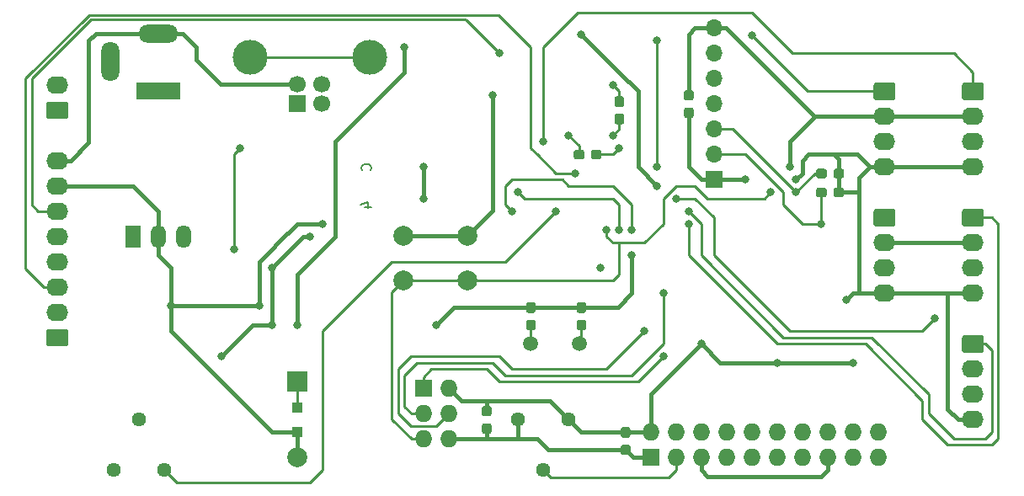
<source format=gbr>
%TF.GenerationSoftware,KiCad,Pcbnew,(5.1.5)-3*%
%TF.CreationDate,2020-02-25T19:35:26+00:00*%
%TF.ProjectId,Feedback-Box,46656564-6261-4636-9b2d-426f782e6b69,8B*%
%TF.SameCoordinates,Original*%
%TF.FileFunction,Copper,L2,Bot*%
%TF.FilePolarity,Positive*%
%FSLAX46Y46*%
G04 Gerber Fmt 4.6, Leading zero omitted, Abs format (unit mm)*
G04 Created by KiCad (PCBNEW (5.1.5)-3) date 2020-02-25 19:35:26*
%MOMM*%
%LPD*%
G04 APERTURE LIST*
%ADD10C,0.160000*%
%ADD11R,1.700000X1.700000*%
%ADD12O,1.700000X1.700000*%
%ADD13C,1.500000*%
%ADD14R,1.727200X1.727200*%
%ADD15O,1.727200X1.727200*%
%ADD16C,1.440000*%
%ADD17C,0.100000*%
%ADD18O,2.200000X1.740000*%
%ADD19R,1.000000X1.000000*%
%ADD20R,4.400000X1.800000*%
%ADD21O,4.000000X1.800000*%
%ADD22O,1.800000X4.000000*%
%ADD23C,1.700000*%
%ADD24C,3.500000*%
%ADD25R,2.000000X2.000000*%
%ADD26C,2.000000*%
%ADD27R,1.500000X2.300000*%
%ADD28O,1.500000X2.300000*%
%ADD29C,0.800000*%
%ADD30C,0.250000*%
%ADD31C,0.400000*%
G04 APERTURE END LIST*
D10*
X135612142Y-86669523D02*
X135659761Y-86621904D01*
X135707380Y-86479047D01*
X135707380Y-86383809D01*
X135659761Y-86240952D01*
X135564523Y-86145714D01*
X135469285Y-86098095D01*
X135278809Y-86050476D01*
X135135952Y-86050476D01*
X134945476Y-86098095D01*
X134850238Y-86145714D01*
X134755000Y-86240952D01*
X134707380Y-86383809D01*
X134707380Y-86479047D01*
X134755000Y-86621904D01*
X134802619Y-86669523D01*
X135040714Y-90360476D02*
X135707380Y-90360476D01*
X134659761Y-90122380D02*
X135374047Y-89884285D01*
X135374047Y-90503333D01*
D11*
X170180000Y-87630000D03*
D12*
X170180000Y-85090000D03*
X170180000Y-82550000D03*
X170180000Y-80010000D03*
X170180000Y-77470000D03*
X170180000Y-74930000D03*
X170180000Y-72390000D03*
D13*
X151765000Y-104140000D03*
X156645000Y-104140000D03*
D14*
X163830000Y-115570000D03*
D15*
X163830000Y-113030000D03*
X166370000Y-115570000D03*
X166370000Y-113030000D03*
X168910000Y-115570000D03*
X168910000Y-113030000D03*
X171450000Y-115570000D03*
X171450000Y-113030000D03*
X173990000Y-115570000D03*
X173990000Y-113030000D03*
X176530000Y-115570000D03*
X176530000Y-113030000D03*
X179070000Y-115570000D03*
X179070000Y-113030000D03*
X181610000Y-115570000D03*
X181610000Y-113030000D03*
X184150000Y-115570000D03*
X184150000Y-113030000D03*
X186690000Y-115570000D03*
X186690000Y-113030000D03*
D16*
X150495000Y-111760000D03*
X153035000Y-116840000D03*
X155575000Y-111760000D03*
%TA.AperFunction,ComponentPad*%
D17*
G36*
X105014505Y-79776204D02*
G01*
X105038773Y-79779804D01*
X105062572Y-79785765D01*
X105085671Y-79794030D01*
X105107850Y-79804520D01*
X105128893Y-79817132D01*
X105148599Y-79831747D01*
X105166777Y-79848223D01*
X105183253Y-79866401D01*
X105197868Y-79886107D01*
X105210480Y-79907150D01*
X105220970Y-79929329D01*
X105229235Y-79952428D01*
X105235196Y-79976227D01*
X105238796Y-80000495D01*
X105240000Y-80024999D01*
X105240000Y-81265001D01*
X105238796Y-81289505D01*
X105235196Y-81313773D01*
X105229235Y-81337572D01*
X105220970Y-81360671D01*
X105210480Y-81382850D01*
X105197868Y-81403893D01*
X105183253Y-81423599D01*
X105166777Y-81441777D01*
X105148599Y-81458253D01*
X105128893Y-81472868D01*
X105107850Y-81485480D01*
X105085671Y-81495970D01*
X105062572Y-81504235D01*
X105038773Y-81510196D01*
X105014505Y-81513796D01*
X104990001Y-81515000D01*
X103289999Y-81515000D01*
X103265495Y-81513796D01*
X103241227Y-81510196D01*
X103217428Y-81504235D01*
X103194329Y-81495970D01*
X103172150Y-81485480D01*
X103151107Y-81472868D01*
X103131401Y-81458253D01*
X103113223Y-81441777D01*
X103096747Y-81423599D01*
X103082132Y-81403893D01*
X103069520Y-81382850D01*
X103059030Y-81360671D01*
X103050765Y-81337572D01*
X103044804Y-81313773D01*
X103041204Y-81289505D01*
X103040000Y-81265001D01*
X103040000Y-80024999D01*
X103041204Y-80000495D01*
X103044804Y-79976227D01*
X103050765Y-79952428D01*
X103059030Y-79929329D01*
X103069520Y-79907150D01*
X103082132Y-79886107D01*
X103096747Y-79866401D01*
X103113223Y-79848223D01*
X103131401Y-79831747D01*
X103151107Y-79817132D01*
X103172150Y-79804520D01*
X103194329Y-79794030D01*
X103217428Y-79785765D01*
X103241227Y-79779804D01*
X103265495Y-79776204D01*
X103289999Y-79775000D01*
X104990001Y-79775000D01*
X105014505Y-79776204D01*
G37*
%TD.AperFunction*%
D18*
X104140000Y-78105000D03*
%TA.AperFunction,SMDPad,CuDef*%
D17*
G36*
X152025779Y-99961144D02*
G01*
X152048834Y-99964563D01*
X152071443Y-99970227D01*
X152093387Y-99978079D01*
X152114457Y-99988044D01*
X152134448Y-100000026D01*
X152153168Y-100013910D01*
X152170438Y-100029562D01*
X152186090Y-100046832D01*
X152199974Y-100065552D01*
X152211956Y-100085543D01*
X152221921Y-100106613D01*
X152229773Y-100128557D01*
X152235437Y-100151166D01*
X152238856Y-100174221D01*
X152240000Y-100197500D01*
X152240000Y-100772500D01*
X152238856Y-100795779D01*
X152235437Y-100818834D01*
X152229773Y-100841443D01*
X152221921Y-100863387D01*
X152211956Y-100884457D01*
X152199974Y-100904448D01*
X152186090Y-100923168D01*
X152170438Y-100940438D01*
X152153168Y-100956090D01*
X152134448Y-100969974D01*
X152114457Y-100981956D01*
X152093387Y-100991921D01*
X152071443Y-100999773D01*
X152048834Y-101005437D01*
X152025779Y-101008856D01*
X152002500Y-101010000D01*
X151527500Y-101010000D01*
X151504221Y-101008856D01*
X151481166Y-101005437D01*
X151458557Y-100999773D01*
X151436613Y-100991921D01*
X151415543Y-100981956D01*
X151395552Y-100969974D01*
X151376832Y-100956090D01*
X151359562Y-100940438D01*
X151343910Y-100923168D01*
X151330026Y-100904448D01*
X151318044Y-100884457D01*
X151308079Y-100863387D01*
X151300227Y-100841443D01*
X151294563Y-100818834D01*
X151291144Y-100795779D01*
X151290000Y-100772500D01*
X151290000Y-100197500D01*
X151291144Y-100174221D01*
X151294563Y-100151166D01*
X151300227Y-100128557D01*
X151308079Y-100106613D01*
X151318044Y-100085543D01*
X151330026Y-100065552D01*
X151343910Y-100046832D01*
X151359562Y-100029562D01*
X151376832Y-100013910D01*
X151395552Y-100000026D01*
X151415543Y-99988044D01*
X151436613Y-99978079D01*
X151458557Y-99970227D01*
X151481166Y-99964563D01*
X151504221Y-99961144D01*
X151527500Y-99960000D01*
X152002500Y-99960000D01*
X152025779Y-99961144D01*
G37*
%TD.AperFunction*%
%TA.AperFunction,SMDPad,CuDef*%
G36*
X152025779Y-101711144D02*
G01*
X152048834Y-101714563D01*
X152071443Y-101720227D01*
X152093387Y-101728079D01*
X152114457Y-101738044D01*
X152134448Y-101750026D01*
X152153168Y-101763910D01*
X152170438Y-101779562D01*
X152186090Y-101796832D01*
X152199974Y-101815552D01*
X152211956Y-101835543D01*
X152221921Y-101856613D01*
X152229773Y-101878557D01*
X152235437Y-101901166D01*
X152238856Y-101924221D01*
X152240000Y-101947500D01*
X152240000Y-102522500D01*
X152238856Y-102545779D01*
X152235437Y-102568834D01*
X152229773Y-102591443D01*
X152221921Y-102613387D01*
X152211956Y-102634457D01*
X152199974Y-102654448D01*
X152186090Y-102673168D01*
X152170438Y-102690438D01*
X152153168Y-102706090D01*
X152134448Y-102719974D01*
X152114457Y-102731956D01*
X152093387Y-102741921D01*
X152071443Y-102749773D01*
X152048834Y-102755437D01*
X152025779Y-102758856D01*
X152002500Y-102760000D01*
X151527500Y-102760000D01*
X151504221Y-102758856D01*
X151481166Y-102755437D01*
X151458557Y-102749773D01*
X151436613Y-102741921D01*
X151415543Y-102731956D01*
X151395552Y-102719974D01*
X151376832Y-102706090D01*
X151359562Y-102690438D01*
X151343910Y-102673168D01*
X151330026Y-102654448D01*
X151318044Y-102634457D01*
X151308079Y-102613387D01*
X151300227Y-102591443D01*
X151294563Y-102568834D01*
X151291144Y-102545779D01*
X151290000Y-102522500D01*
X151290000Y-101947500D01*
X151291144Y-101924221D01*
X151294563Y-101901166D01*
X151300227Y-101878557D01*
X151308079Y-101856613D01*
X151318044Y-101835543D01*
X151330026Y-101815552D01*
X151343910Y-101796832D01*
X151359562Y-101779562D01*
X151376832Y-101763910D01*
X151395552Y-101750026D01*
X151415543Y-101738044D01*
X151436613Y-101728079D01*
X151458557Y-101720227D01*
X151481166Y-101714563D01*
X151504221Y-101711144D01*
X151527500Y-101710000D01*
X152002500Y-101710000D01*
X152025779Y-101711144D01*
G37*
%TD.AperFunction*%
%TA.AperFunction,SMDPad,CuDef*%
G36*
X157105779Y-101711144D02*
G01*
X157128834Y-101714563D01*
X157151443Y-101720227D01*
X157173387Y-101728079D01*
X157194457Y-101738044D01*
X157214448Y-101750026D01*
X157233168Y-101763910D01*
X157250438Y-101779562D01*
X157266090Y-101796832D01*
X157279974Y-101815552D01*
X157291956Y-101835543D01*
X157301921Y-101856613D01*
X157309773Y-101878557D01*
X157315437Y-101901166D01*
X157318856Y-101924221D01*
X157320000Y-101947500D01*
X157320000Y-102522500D01*
X157318856Y-102545779D01*
X157315437Y-102568834D01*
X157309773Y-102591443D01*
X157301921Y-102613387D01*
X157291956Y-102634457D01*
X157279974Y-102654448D01*
X157266090Y-102673168D01*
X157250438Y-102690438D01*
X157233168Y-102706090D01*
X157214448Y-102719974D01*
X157194457Y-102731956D01*
X157173387Y-102741921D01*
X157151443Y-102749773D01*
X157128834Y-102755437D01*
X157105779Y-102758856D01*
X157082500Y-102760000D01*
X156607500Y-102760000D01*
X156584221Y-102758856D01*
X156561166Y-102755437D01*
X156538557Y-102749773D01*
X156516613Y-102741921D01*
X156495543Y-102731956D01*
X156475552Y-102719974D01*
X156456832Y-102706090D01*
X156439562Y-102690438D01*
X156423910Y-102673168D01*
X156410026Y-102654448D01*
X156398044Y-102634457D01*
X156388079Y-102613387D01*
X156380227Y-102591443D01*
X156374563Y-102568834D01*
X156371144Y-102545779D01*
X156370000Y-102522500D01*
X156370000Y-101947500D01*
X156371144Y-101924221D01*
X156374563Y-101901166D01*
X156380227Y-101878557D01*
X156388079Y-101856613D01*
X156398044Y-101835543D01*
X156410026Y-101815552D01*
X156423910Y-101796832D01*
X156439562Y-101779562D01*
X156456832Y-101763910D01*
X156475552Y-101750026D01*
X156495543Y-101738044D01*
X156516613Y-101728079D01*
X156538557Y-101720227D01*
X156561166Y-101714563D01*
X156584221Y-101711144D01*
X156607500Y-101710000D01*
X157082500Y-101710000D01*
X157105779Y-101711144D01*
G37*
%TD.AperFunction*%
%TA.AperFunction,SMDPad,CuDef*%
G36*
X157105779Y-99961144D02*
G01*
X157128834Y-99964563D01*
X157151443Y-99970227D01*
X157173387Y-99978079D01*
X157194457Y-99988044D01*
X157214448Y-100000026D01*
X157233168Y-100013910D01*
X157250438Y-100029562D01*
X157266090Y-100046832D01*
X157279974Y-100065552D01*
X157291956Y-100085543D01*
X157301921Y-100106613D01*
X157309773Y-100128557D01*
X157315437Y-100151166D01*
X157318856Y-100174221D01*
X157320000Y-100197500D01*
X157320000Y-100772500D01*
X157318856Y-100795779D01*
X157315437Y-100818834D01*
X157309773Y-100841443D01*
X157301921Y-100863387D01*
X157291956Y-100884457D01*
X157279974Y-100904448D01*
X157266090Y-100923168D01*
X157250438Y-100940438D01*
X157233168Y-100956090D01*
X157214448Y-100969974D01*
X157194457Y-100981956D01*
X157173387Y-100991921D01*
X157151443Y-100999773D01*
X157128834Y-101005437D01*
X157105779Y-101008856D01*
X157082500Y-101010000D01*
X156607500Y-101010000D01*
X156584221Y-101008856D01*
X156561166Y-101005437D01*
X156538557Y-100999773D01*
X156516613Y-100991921D01*
X156495543Y-100981956D01*
X156475552Y-100969974D01*
X156456832Y-100956090D01*
X156439562Y-100940438D01*
X156423910Y-100923168D01*
X156410026Y-100904448D01*
X156398044Y-100884457D01*
X156388079Y-100863387D01*
X156380227Y-100841443D01*
X156374563Y-100818834D01*
X156371144Y-100795779D01*
X156370000Y-100772500D01*
X156370000Y-100197500D01*
X156371144Y-100174221D01*
X156374563Y-100151166D01*
X156380227Y-100128557D01*
X156388079Y-100106613D01*
X156398044Y-100085543D01*
X156410026Y-100065552D01*
X156423910Y-100046832D01*
X156439562Y-100029562D01*
X156456832Y-100013910D01*
X156475552Y-100000026D01*
X156495543Y-99988044D01*
X156516613Y-99978079D01*
X156538557Y-99970227D01*
X156561166Y-99964563D01*
X156584221Y-99961144D01*
X156607500Y-99960000D01*
X157082500Y-99960000D01*
X157105779Y-99961144D01*
G37*
%TD.AperFunction*%
%TA.AperFunction,SMDPad,CuDef*%
G36*
X161550779Y-112506144D02*
G01*
X161573834Y-112509563D01*
X161596443Y-112515227D01*
X161618387Y-112523079D01*
X161639457Y-112533044D01*
X161659448Y-112545026D01*
X161678168Y-112558910D01*
X161695438Y-112574562D01*
X161711090Y-112591832D01*
X161724974Y-112610552D01*
X161736956Y-112630543D01*
X161746921Y-112651613D01*
X161754773Y-112673557D01*
X161760437Y-112696166D01*
X161763856Y-112719221D01*
X161765000Y-112742500D01*
X161765000Y-113317500D01*
X161763856Y-113340779D01*
X161760437Y-113363834D01*
X161754773Y-113386443D01*
X161746921Y-113408387D01*
X161736956Y-113429457D01*
X161724974Y-113449448D01*
X161711090Y-113468168D01*
X161695438Y-113485438D01*
X161678168Y-113501090D01*
X161659448Y-113514974D01*
X161639457Y-113526956D01*
X161618387Y-113536921D01*
X161596443Y-113544773D01*
X161573834Y-113550437D01*
X161550779Y-113553856D01*
X161527500Y-113555000D01*
X161052500Y-113555000D01*
X161029221Y-113553856D01*
X161006166Y-113550437D01*
X160983557Y-113544773D01*
X160961613Y-113536921D01*
X160940543Y-113526956D01*
X160920552Y-113514974D01*
X160901832Y-113501090D01*
X160884562Y-113485438D01*
X160868910Y-113468168D01*
X160855026Y-113449448D01*
X160843044Y-113429457D01*
X160833079Y-113408387D01*
X160825227Y-113386443D01*
X160819563Y-113363834D01*
X160816144Y-113340779D01*
X160815000Y-113317500D01*
X160815000Y-112742500D01*
X160816144Y-112719221D01*
X160819563Y-112696166D01*
X160825227Y-112673557D01*
X160833079Y-112651613D01*
X160843044Y-112630543D01*
X160855026Y-112610552D01*
X160868910Y-112591832D01*
X160884562Y-112574562D01*
X160901832Y-112558910D01*
X160920552Y-112545026D01*
X160940543Y-112533044D01*
X160961613Y-112523079D01*
X160983557Y-112515227D01*
X161006166Y-112509563D01*
X161029221Y-112506144D01*
X161052500Y-112505000D01*
X161527500Y-112505000D01*
X161550779Y-112506144D01*
G37*
%TD.AperFunction*%
%TA.AperFunction,SMDPad,CuDef*%
G36*
X161550779Y-114256144D02*
G01*
X161573834Y-114259563D01*
X161596443Y-114265227D01*
X161618387Y-114273079D01*
X161639457Y-114283044D01*
X161659448Y-114295026D01*
X161678168Y-114308910D01*
X161695438Y-114324562D01*
X161711090Y-114341832D01*
X161724974Y-114360552D01*
X161736956Y-114380543D01*
X161746921Y-114401613D01*
X161754773Y-114423557D01*
X161760437Y-114446166D01*
X161763856Y-114469221D01*
X161765000Y-114492500D01*
X161765000Y-115067500D01*
X161763856Y-115090779D01*
X161760437Y-115113834D01*
X161754773Y-115136443D01*
X161746921Y-115158387D01*
X161736956Y-115179457D01*
X161724974Y-115199448D01*
X161711090Y-115218168D01*
X161695438Y-115235438D01*
X161678168Y-115251090D01*
X161659448Y-115264974D01*
X161639457Y-115276956D01*
X161618387Y-115286921D01*
X161596443Y-115294773D01*
X161573834Y-115300437D01*
X161550779Y-115303856D01*
X161527500Y-115305000D01*
X161052500Y-115305000D01*
X161029221Y-115303856D01*
X161006166Y-115300437D01*
X160983557Y-115294773D01*
X160961613Y-115286921D01*
X160940543Y-115276956D01*
X160920552Y-115264974D01*
X160901832Y-115251090D01*
X160884562Y-115235438D01*
X160868910Y-115218168D01*
X160855026Y-115199448D01*
X160843044Y-115179457D01*
X160833079Y-115158387D01*
X160825227Y-115136443D01*
X160819563Y-115113834D01*
X160816144Y-115090779D01*
X160815000Y-115067500D01*
X160815000Y-114492500D01*
X160816144Y-114469221D01*
X160819563Y-114446166D01*
X160825227Y-114423557D01*
X160833079Y-114401613D01*
X160843044Y-114380543D01*
X160855026Y-114360552D01*
X160868910Y-114341832D01*
X160884562Y-114324562D01*
X160901832Y-114308910D01*
X160920552Y-114295026D01*
X160940543Y-114283044D01*
X160961613Y-114273079D01*
X160983557Y-114265227D01*
X161006166Y-114259563D01*
X161029221Y-114256144D01*
X161052500Y-114255000D01*
X161527500Y-114255000D01*
X161550779Y-114256144D01*
G37*
%TD.AperFunction*%
%TA.AperFunction,SMDPad,CuDef*%
G36*
X167900779Y-78611144D02*
G01*
X167923834Y-78614563D01*
X167946443Y-78620227D01*
X167968387Y-78628079D01*
X167989457Y-78638044D01*
X168009448Y-78650026D01*
X168028168Y-78663910D01*
X168045438Y-78679562D01*
X168061090Y-78696832D01*
X168074974Y-78715552D01*
X168086956Y-78735543D01*
X168096921Y-78756613D01*
X168104773Y-78778557D01*
X168110437Y-78801166D01*
X168113856Y-78824221D01*
X168115000Y-78847500D01*
X168115000Y-79422500D01*
X168113856Y-79445779D01*
X168110437Y-79468834D01*
X168104773Y-79491443D01*
X168096921Y-79513387D01*
X168086956Y-79534457D01*
X168074974Y-79554448D01*
X168061090Y-79573168D01*
X168045438Y-79590438D01*
X168028168Y-79606090D01*
X168009448Y-79619974D01*
X167989457Y-79631956D01*
X167968387Y-79641921D01*
X167946443Y-79649773D01*
X167923834Y-79655437D01*
X167900779Y-79658856D01*
X167877500Y-79660000D01*
X167402500Y-79660000D01*
X167379221Y-79658856D01*
X167356166Y-79655437D01*
X167333557Y-79649773D01*
X167311613Y-79641921D01*
X167290543Y-79631956D01*
X167270552Y-79619974D01*
X167251832Y-79606090D01*
X167234562Y-79590438D01*
X167218910Y-79573168D01*
X167205026Y-79554448D01*
X167193044Y-79534457D01*
X167183079Y-79513387D01*
X167175227Y-79491443D01*
X167169563Y-79468834D01*
X167166144Y-79445779D01*
X167165000Y-79422500D01*
X167165000Y-78847500D01*
X167166144Y-78824221D01*
X167169563Y-78801166D01*
X167175227Y-78778557D01*
X167183079Y-78756613D01*
X167193044Y-78735543D01*
X167205026Y-78715552D01*
X167218910Y-78696832D01*
X167234562Y-78679562D01*
X167251832Y-78663910D01*
X167270552Y-78650026D01*
X167290543Y-78638044D01*
X167311613Y-78628079D01*
X167333557Y-78620227D01*
X167356166Y-78614563D01*
X167379221Y-78611144D01*
X167402500Y-78610000D01*
X167877500Y-78610000D01*
X167900779Y-78611144D01*
G37*
%TD.AperFunction*%
%TA.AperFunction,SMDPad,CuDef*%
G36*
X167900779Y-80361144D02*
G01*
X167923834Y-80364563D01*
X167946443Y-80370227D01*
X167968387Y-80378079D01*
X167989457Y-80388044D01*
X168009448Y-80400026D01*
X168028168Y-80413910D01*
X168045438Y-80429562D01*
X168061090Y-80446832D01*
X168074974Y-80465552D01*
X168086956Y-80485543D01*
X168096921Y-80506613D01*
X168104773Y-80528557D01*
X168110437Y-80551166D01*
X168113856Y-80574221D01*
X168115000Y-80597500D01*
X168115000Y-81172500D01*
X168113856Y-81195779D01*
X168110437Y-81218834D01*
X168104773Y-81241443D01*
X168096921Y-81263387D01*
X168086956Y-81284457D01*
X168074974Y-81304448D01*
X168061090Y-81323168D01*
X168045438Y-81340438D01*
X168028168Y-81356090D01*
X168009448Y-81369974D01*
X167989457Y-81381956D01*
X167968387Y-81391921D01*
X167946443Y-81399773D01*
X167923834Y-81405437D01*
X167900779Y-81408856D01*
X167877500Y-81410000D01*
X167402500Y-81410000D01*
X167379221Y-81408856D01*
X167356166Y-81405437D01*
X167333557Y-81399773D01*
X167311613Y-81391921D01*
X167290543Y-81381956D01*
X167270552Y-81369974D01*
X167251832Y-81356090D01*
X167234562Y-81340438D01*
X167218910Y-81323168D01*
X167205026Y-81304448D01*
X167193044Y-81284457D01*
X167183079Y-81263387D01*
X167175227Y-81241443D01*
X167169563Y-81218834D01*
X167166144Y-81195779D01*
X167165000Y-81172500D01*
X167165000Y-80597500D01*
X167166144Y-80574221D01*
X167169563Y-80551166D01*
X167175227Y-80528557D01*
X167183079Y-80506613D01*
X167193044Y-80485543D01*
X167205026Y-80465552D01*
X167218910Y-80446832D01*
X167234562Y-80429562D01*
X167251832Y-80413910D01*
X167270552Y-80400026D01*
X167290543Y-80388044D01*
X167311613Y-80378079D01*
X167333557Y-80370227D01*
X167356166Y-80364563D01*
X167379221Y-80361144D01*
X167402500Y-80360000D01*
X167877500Y-80360000D01*
X167900779Y-80361144D01*
G37*
%TD.AperFunction*%
D19*
X128270000Y-113030000D03*
X128270000Y-110530000D03*
D20*
X114300000Y-78740000D03*
D21*
X114300000Y-72940000D03*
D22*
X109500000Y-75740000D03*
D11*
X128270000Y-80010000D03*
D23*
X130770000Y-80010000D03*
X130770000Y-78010000D03*
X128270000Y-78010000D03*
D24*
X123500000Y-75300000D03*
X135540000Y-75300000D03*
D14*
X140970000Y-108585000D03*
D15*
X143510000Y-108585000D03*
X140970000Y-111125000D03*
X143510000Y-111125000D03*
X140970000Y-113665000D03*
X143510000Y-113665000D03*
D25*
X128270000Y-107950000D03*
D26*
X128270000Y-115550000D03*
%TA.AperFunction,SMDPad,CuDef*%
D17*
G36*
X183035779Y-88426144D02*
G01*
X183058834Y-88429563D01*
X183081443Y-88435227D01*
X183103387Y-88443079D01*
X183124457Y-88453044D01*
X183144448Y-88465026D01*
X183163168Y-88478910D01*
X183180438Y-88494562D01*
X183196090Y-88511832D01*
X183209974Y-88530552D01*
X183221956Y-88550543D01*
X183231921Y-88571613D01*
X183239773Y-88593557D01*
X183245437Y-88616166D01*
X183248856Y-88639221D01*
X183250000Y-88662500D01*
X183250000Y-89137500D01*
X183248856Y-89160779D01*
X183245437Y-89183834D01*
X183239773Y-89206443D01*
X183231921Y-89228387D01*
X183221956Y-89249457D01*
X183209974Y-89269448D01*
X183196090Y-89288168D01*
X183180438Y-89305438D01*
X183163168Y-89321090D01*
X183144448Y-89334974D01*
X183124457Y-89346956D01*
X183103387Y-89356921D01*
X183081443Y-89364773D01*
X183058834Y-89370437D01*
X183035779Y-89373856D01*
X183012500Y-89375000D01*
X182437500Y-89375000D01*
X182414221Y-89373856D01*
X182391166Y-89370437D01*
X182368557Y-89364773D01*
X182346613Y-89356921D01*
X182325543Y-89346956D01*
X182305552Y-89334974D01*
X182286832Y-89321090D01*
X182269562Y-89305438D01*
X182253910Y-89288168D01*
X182240026Y-89269448D01*
X182228044Y-89249457D01*
X182218079Y-89228387D01*
X182210227Y-89206443D01*
X182204563Y-89183834D01*
X182201144Y-89160779D01*
X182200000Y-89137500D01*
X182200000Y-88662500D01*
X182201144Y-88639221D01*
X182204563Y-88616166D01*
X182210227Y-88593557D01*
X182218079Y-88571613D01*
X182228044Y-88550543D01*
X182240026Y-88530552D01*
X182253910Y-88511832D01*
X182269562Y-88494562D01*
X182286832Y-88478910D01*
X182305552Y-88465026D01*
X182325543Y-88453044D01*
X182346613Y-88443079D01*
X182368557Y-88435227D01*
X182391166Y-88429563D01*
X182414221Y-88426144D01*
X182437500Y-88425000D01*
X183012500Y-88425000D01*
X183035779Y-88426144D01*
G37*
%TD.AperFunction*%
%TA.AperFunction,SMDPad,CuDef*%
G36*
X181285779Y-88426144D02*
G01*
X181308834Y-88429563D01*
X181331443Y-88435227D01*
X181353387Y-88443079D01*
X181374457Y-88453044D01*
X181394448Y-88465026D01*
X181413168Y-88478910D01*
X181430438Y-88494562D01*
X181446090Y-88511832D01*
X181459974Y-88530552D01*
X181471956Y-88550543D01*
X181481921Y-88571613D01*
X181489773Y-88593557D01*
X181495437Y-88616166D01*
X181498856Y-88639221D01*
X181500000Y-88662500D01*
X181500000Y-89137500D01*
X181498856Y-89160779D01*
X181495437Y-89183834D01*
X181489773Y-89206443D01*
X181481921Y-89228387D01*
X181471956Y-89249457D01*
X181459974Y-89269448D01*
X181446090Y-89288168D01*
X181430438Y-89305438D01*
X181413168Y-89321090D01*
X181394448Y-89334974D01*
X181374457Y-89346956D01*
X181353387Y-89356921D01*
X181331443Y-89364773D01*
X181308834Y-89370437D01*
X181285779Y-89373856D01*
X181262500Y-89375000D01*
X180687500Y-89375000D01*
X180664221Y-89373856D01*
X180641166Y-89370437D01*
X180618557Y-89364773D01*
X180596613Y-89356921D01*
X180575543Y-89346956D01*
X180555552Y-89334974D01*
X180536832Y-89321090D01*
X180519562Y-89305438D01*
X180503910Y-89288168D01*
X180490026Y-89269448D01*
X180478044Y-89249457D01*
X180468079Y-89228387D01*
X180460227Y-89206443D01*
X180454563Y-89183834D01*
X180451144Y-89160779D01*
X180450000Y-89137500D01*
X180450000Y-88662500D01*
X180451144Y-88639221D01*
X180454563Y-88616166D01*
X180460227Y-88593557D01*
X180468079Y-88571613D01*
X180478044Y-88550543D01*
X180490026Y-88530552D01*
X180503910Y-88511832D01*
X180519562Y-88494562D01*
X180536832Y-88478910D01*
X180555552Y-88465026D01*
X180575543Y-88453044D01*
X180596613Y-88443079D01*
X180618557Y-88435227D01*
X180641166Y-88429563D01*
X180664221Y-88426144D01*
X180687500Y-88425000D01*
X181262500Y-88425000D01*
X181285779Y-88426144D01*
G37*
%TD.AperFunction*%
%TA.AperFunction,SMDPad,CuDef*%
G36*
X181285779Y-86521144D02*
G01*
X181308834Y-86524563D01*
X181331443Y-86530227D01*
X181353387Y-86538079D01*
X181374457Y-86548044D01*
X181394448Y-86560026D01*
X181413168Y-86573910D01*
X181430438Y-86589562D01*
X181446090Y-86606832D01*
X181459974Y-86625552D01*
X181471956Y-86645543D01*
X181481921Y-86666613D01*
X181489773Y-86688557D01*
X181495437Y-86711166D01*
X181498856Y-86734221D01*
X181500000Y-86757500D01*
X181500000Y-87232500D01*
X181498856Y-87255779D01*
X181495437Y-87278834D01*
X181489773Y-87301443D01*
X181481921Y-87323387D01*
X181471956Y-87344457D01*
X181459974Y-87364448D01*
X181446090Y-87383168D01*
X181430438Y-87400438D01*
X181413168Y-87416090D01*
X181394448Y-87429974D01*
X181374457Y-87441956D01*
X181353387Y-87451921D01*
X181331443Y-87459773D01*
X181308834Y-87465437D01*
X181285779Y-87468856D01*
X181262500Y-87470000D01*
X180687500Y-87470000D01*
X180664221Y-87468856D01*
X180641166Y-87465437D01*
X180618557Y-87459773D01*
X180596613Y-87451921D01*
X180575543Y-87441956D01*
X180555552Y-87429974D01*
X180536832Y-87416090D01*
X180519562Y-87400438D01*
X180503910Y-87383168D01*
X180490026Y-87364448D01*
X180478044Y-87344457D01*
X180468079Y-87323387D01*
X180460227Y-87301443D01*
X180454563Y-87278834D01*
X180451144Y-87255779D01*
X180450000Y-87232500D01*
X180450000Y-86757500D01*
X180451144Y-86734221D01*
X180454563Y-86711166D01*
X180460227Y-86688557D01*
X180468079Y-86666613D01*
X180478044Y-86645543D01*
X180490026Y-86625552D01*
X180503910Y-86606832D01*
X180519562Y-86589562D01*
X180536832Y-86573910D01*
X180555552Y-86560026D01*
X180575543Y-86548044D01*
X180596613Y-86538079D01*
X180618557Y-86530227D01*
X180641166Y-86524563D01*
X180664221Y-86521144D01*
X180687500Y-86520000D01*
X181262500Y-86520000D01*
X181285779Y-86521144D01*
G37*
%TD.AperFunction*%
%TA.AperFunction,SMDPad,CuDef*%
G36*
X183035779Y-86521144D02*
G01*
X183058834Y-86524563D01*
X183081443Y-86530227D01*
X183103387Y-86538079D01*
X183124457Y-86548044D01*
X183144448Y-86560026D01*
X183163168Y-86573910D01*
X183180438Y-86589562D01*
X183196090Y-86606832D01*
X183209974Y-86625552D01*
X183221956Y-86645543D01*
X183231921Y-86666613D01*
X183239773Y-86688557D01*
X183245437Y-86711166D01*
X183248856Y-86734221D01*
X183250000Y-86757500D01*
X183250000Y-87232500D01*
X183248856Y-87255779D01*
X183245437Y-87278834D01*
X183239773Y-87301443D01*
X183231921Y-87323387D01*
X183221956Y-87344457D01*
X183209974Y-87364448D01*
X183196090Y-87383168D01*
X183180438Y-87400438D01*
X183163168Y-87416090D01*
X183144448Y-87429974D01*
X183124457Y-87441956D01*
X183103387Y-87451921D01*
X183081443Y-87459773D01*
X183058834Y-87465437D01*
X183035779Y-87468856D01*
X183012500Y-87470000D01*
X182437500Y-87470000D01*
X182414221Y-87468856D01*
X182391166Y-87465437D01*
X182368557Y-87459773D01*
X182346613Y-87451921D01*
X182325543Y-87441956D01*
X182305552Y-87429974D01*
X182286832Y-87416090D01*
X182269562Y-87400438D01*
X182253910Y-87383168D01*
X182240026Y-87364448D01*
X182228044Y-87344457D01*
X182218079Y-87323387D01*
X182210227Y-87301443D01*
X182204563Y-87278834D01*
X182201144Y-87255779D01*
X182200000Y-87232500D01*
X182200000Y-86757500D01*
X182201144Y-86734221D01*
X182204563Y-86711166D01*
X182210227Y-86688557D01*
X182218079Y-86666613D01*
X182228044Y-86645543D01*
X182240026Y-86625552D01*
X182253910Y-86606832D01*
X182269562Y-86589562D01*
X182286832Y-86573910D01*
X182305552Y-86560026D01*
X182325543Y-86548044D01*
X182346613Y-86538079D01*
X182368557Y-86530227D01*
X182391166Y-86524563D01*
X182414221Y-86521144D01*
X182437500Y-86520000D01*
X183012500Y-86520000D01*
X183035779Y-86521144D01*
G37*
%TD.AperFunction*%
D16*
X109855000Y-116840000D03*
X112395000Y-111760000D03*
X114935000Y-116840000D03*
D26*
X145415000Y-93290000D03*
X145415000Y-97790000D03*
X138915000Y-93290000D03*
X138915000Y-97790000D03*
%TA.AperFunction,ComponentPad*%
D17*
G36*
X105014505Y-102636204D02*
G01*
X105038773Y-102639804D01*
X105062572Y-102645765D01*
X105085671Y-102654030D01*
X105107850Y-102664520D01*
X105128893Y-102677132D01*
X105148599Y-102691747D01*
X105166777Y-102708223D01*
X105183253Y-102726401D01*
X105197868Y-102746107D01*
X105210480Y-102767150D01*
X105220970Y-102789329D01*
X105229235Y-102812428D01*
X105235196Y-102836227D01*
X105238796Y-102860495D01*
X105240000Y-102884999D01*
X105240000Y-104125001D01*
X105238796Y-104149505D01*
X105235196Y-104173773D01*
X105229235Y-104197572D01*
X105220970Y-104220671D01*
X105210480Y-104242850D01*
X105197868Y-104263893D01*
X105183253Y-104283599D01*
X105166777Y-104301777D01*
X105148599Y-104318253D01*
X105128893Y-104332868D01*
X105107850Y-104345480D01*
X105085671Y-104355970D01*
X105062572Y-104364235D01*
X105038773Y-104370196D01*
X105014505Y-104373796D01*
X104990001Y-104375000D01*
X103289999Y-104375000D01*
X103265495Y-104373796D01*
X103241227Y-104370196D01*
X103217428Y-104364235D01*
X103194329Y-104355970D01*
X103172150Y-104345480D01*
X103151107Y-104332868D01*
X103131401Y-104318253D01*
X103113223Y-104301777D01*
X103096747Y-104283599D01*
X103082132Y-104263893D01*
X103069520Y-104242850D01*
X103059030Y-104220671D01*
X103050765Y-104197572D01*
X103044804Y-104173773D01*
X103041204Y-104149505D01*
X103040000Y-104125001D01*
X103040000Y-102884999D01*
X103041204Y-102860495D01*
X103044804Y-102836227D01*
X103050765Y-102812428D01*
X103059030Y-102789329D01*
X103069520Y-102767150D01*
X103082132Y-102746107D01*
X103096747Y-102726401D01*
X103113223Y-102708223D01*
X103131401Y-102691747D01*
X103151107Y-102677132D01*
X103172150Y-102664520D01*
X103194329Y-102654030D01*
X103217428Y-102645765D01*
X103241227Y-102639804D01*
X103265495Y-102636204D01*
X103289999Y-102635000D01*
X104990001Y-102635000D01*
X105014505Y-102636204D01*
G37*
%TD.AperFunction*%
D18*
X104140000Y-100965000D03*
X104140000Y-98425000D03*
X104140000Y-95885000D03*
X104140000Y-93345000D03*
X104140000Y-90805000D03*
X104140000Y-88265000D03*
X104140000Y-85725000D03*
%TA.AperFunction,ComponentPad*%
D17*
G36*
X188199505Y-90571204D02*
G01*
X188223773Y-90574804D01*
X188247572Y-90580765D01*
X188270671Y-90589030D01*
X188292850Y-90599520D01*
X188313893Y-90612132D01*
X188333599Y-90626747D01*
X188351777Y-90643223D01*
X188368253Y-90661401D01*
X188382868Y-90681107D01*
X188395480Y-90702150D01*
X188405970Y-90724329D01*
X188414235Y-90747428D01*
X188420196Y-90771227D01*
X188423796Y-90795495D01*
X188425000Y-90819999D01*
X188425000Y-92060001D01*
X188423796Y-92084505D01*
X188420196Y-92108773D01*
X188414235Y-92132572D01*
X188405970Y-92155671D01*
X188395480Y-92177850D01*
X188382868Y-92198893D01*
X188368253Y-92218599D01*
X188351777Y-92236777D01*
X188333599Y-92253253D01*
X188313893Y-92267868D01*
X188292850Y-92280480D01*
X188270671Y-92290970D01*
X188247572Y-92299235D01*
X188223773Y-92305196D01*
X188199505Y-92308796D01*
X188175001Y-92310000D01*
X186474999Y-92310000D01*
X186450495Y-92308796D01*
X186426227Y-92305196D01*
X186402428Y-92299235D01*
X186379329Y-92290970D01*
X186357150Y-92280480D01*
X186336107Y-92267868D01*
X186316401Y-92253253D01*
X186298223Y-92236777D01*
X186281747Y-92218599D01*
X186267132Y-92198893D01*
X186254520Y-92177850D01*
X186244030Y-92155671D01*
X186235765Y-92132572D01*
X186229804Y-92108773D01*
X186226204Y-92084505D01*
X186225000Y-92060001D01*
X186225000Y-90819999D01*
X186226204Y-90795495D01*
X186229804Y-90771227D01*
X186235765Y-90747428D01*
X186244030Y-90724329D01*
X186254520Y-90702150D01*
X186267132Y-90681107D01*
X186281747Y-90661401D01*
X186298223Y-90643223D01*
X186316401Y-90626747D01*
X186336107Y-90612132D01*
X186357150Y-90599520D01*
X186379329Y-90589030D01*
X186402428Y-90580765D01*
X186426227Y-90574804D01*
X186450495Y-90571204D01*
X186474999Y-90570000D01*
X188175001Y-90570000D01*
X188199505Y-90571204D01*
G37*
%TD.AperFunction*%
D18*
X187325000Y-93980000D03*
X187325000Y-96520000D03*
X187325000Y-99060000D03*
X187325000Y-86360000D03*
X187325000Y-83820000D03*
X187325000Y-81280000D03*
%TA.AperFunction,ComponentPad*%
D17*
G36*
X188199505Y-77871204D02*
G01*
X188223773Y-77874804D01*
X188247572Y-77880765D01*
X188270671Y-77889030D01*
X188292850Y-77899520D01*
X188313893Y-77912132D01*
X188333599Y-77926747D01*
X188351777Y-77943223D01*
X188368253Y-77961401D01*
X188382868Y-77981107D01*
X188395480Y-78002150D01*
X188405970Y-78024329D01*
X188414235Y-78047428D01*
X188420196Y-78071227D01*
X188423796Y-78095495D01*
X188425000Y-78119999D01*
X188425000Y-79360001D01*
X188423796Y-79384505D01*
X188420196Y-79408773D01*
X188414235Y-79432572D01*
X188405970Y-79455671D01*
X188395480Y-79477850D01*
X188382868Y-79498893D01*
X188368253Y-79518599D01*
X188351777Y-79536777D01*
X188333599Y-79553253D01*
X188313893Y-79567868D01*
X188292850Y-79580480D01*
X188270671Y-79590970D01*
X188247572Y-79599235D01*
X188223773Y-79605196D01*
X188199505Y-79608796D01*
X188175001Y-79610000D01*
X186474999Y-79610000D01*
X186450495Y-79608796D01*
X186426227Y-79605196D01*
X186402428Y-79599235D01*
X186379329Y-79590970D01*
X186357150Y-79580480D01*
X186336107Y-79567868D01*
X186316401Y-79553253D01*
X186298223Y-79536777D01*
X186281747Y-79518599D01*
X186267132Y-79498893D01*
X186254520Y-79477850D01*
X186244030Y-79455671D01*
X186235765Y-79432572D01*
X186229804Y-79408773D01*
X186226204Y-79384505D01*
X186225000Y-79360001D01*
X186225000Y-78119999D01*
X186226204Y-78095495D01*
X186229804Y-78071227D01*
X186235765Y-78047428D01*
X186244030Y-78024329D01*
X186254520Y-78002150D01*
X186267132Y-77981107D01*
X186281747Y-77961401D01*
X186298223Y-77943223D01*
X186316401Y-77926747D01*
X186336107Y-77912132D01*
X186357150Y-77899520D01*
X186379329Y-77889030D01*
X186402428Y-77880765D01*
X186426227Y-77874804D01*
X186450495Y-77871204D01*
X186474999Y-77870000D01*
X188175001Y-77870000D01*
X188199505Y-77871204D01*
G37*
%TD.AperFunction*%
%TA.AperFunction,ComponentPad*%
G36*
X197089505Y-103271204D02*
G01*
X197113773Y-103274804D01*
X197137572Y-103280765D01*
X197160671Y-103289030D01*
X197182850Y-103299520D01*
X197203893Y-103312132D01*
X197223599Y-103326747D01*
X197241777Y-103343223D01*
X197258253Y-103361401D01*
X197272868Y-103381107D01*
X197285480Y-103402150D01*
X197295970Y-103424329D01*
X197304235Y-103447428D01*
X197310196Y-103471227D01*
X197313796Y-103495495D01*
X197315000Y-103519999D01*
X197315000Y-104760001D01*
X197313796Y-104784505D01*
X197310196Y-104808773D01*
X197304235Y-104832572D01*
X197295970Y-104855671D01*
X197285480Y-104877850D01*
X197272868Y-104898893D01*
X197258253Y-104918599D01*
X197241777Y-104936777D01*
X197223599Y-104953253D01*
X197203893Y-104967868D01*
X197182850Y-104980480D01*
X197160671Y-104990970D01*
X197137572Y-104999235D01*
X197113773Y-105005196D01*
X197089505Y-105008796D01*
X197065001Y-105010000D01*
X195364999Y-105010000D01*
X195340495Y-105008796D01*
X195316227Y-105005196D01*
X195292428Y-104999235D01*
X195269329Y-104990970D01*
X195247150Y-104980480D01*
X195226107Y-104967868D01*
X195206401Y-104953253D01*
X195188223Y-104936777D01*
X195171747Y-104918599D01*
X195157132Y-104898893D01*
X195144520Y-104877850D01*
X195134030Y-104855671D01*
X195125765Y-104832572D01*
X195119804Y-104808773D01*
X195116204Y-104784505D01*
X195115000Y-104760001D01*
X195115000Y-103519999D01*
X195116204Y-103495495D01*
X195119804Y-103471227D01*
X195125765Y-103447428D01*
X195134030Y-103424329D01*
X195144520Y-103402150D01*
X195157132Y-103381107D01*
X195171747Y-103361401D01*
X195188223Y-103343223D01*
X195206401Y-103326747D01*
X195226107Y-103312132D01*
X195247150Y-103299520D01*
X195269329Y-103289030D01*
X195292428Y-103280765D01*
X195316227Y-103274804D01*
X195340495Y-103271204D01*
X195364999Y-103270000D01*
X197065001Y-103270000D01*
X197089505Y-103271204D01*
G37*
%TD.AperFunction*%
D18*
X196215000Y-106680000D03*
X196215000Y-109220000D03*
X196215000Y-111760000D03*
X196215000Y-99060000D03*
X196215000Y-96520000D03*
X196215000Y-93980000D03*
%TA.AperFunction,ComponentPad*%
D17*
G36*
X197089505Y-90571204D02*
G01*
X197113773Y-90574804D01*
X197137572Y-90580765D01*
X197160671Y-90589030D01*
X197182850Y-90599520D01*
X197203893Y-90612132D01*
X197223599Y-90626747D01*
X197241777Y-90643223D01*
X197258253Y-90661401D01*
X197272868Y-90681107D01*
X197285480Y-90702150D01*
X197295970Y-90724329D01*
X197304235Y-90747428D01*
X197310196Y-90771227D01*
X197313796Y-90795495D01*
X197315000Y-90819999D01*
X197315000Y-92060001D01*
X197313796Y-92084505D01*
X197310196Y-92108773D01*
X197304235Y-92132572D01*
X197295970Y-92155671D01*
X197285480Y-92177850D01*
X197272868Y-92198893D01*
X197258253Y-92218599D01*
X197241777Y-92236777D01*
X197223599Y-92253253D01*
X197203893Y-92267868D01*
X197182850Y-92280480D01*
X197160671Y-92290970D01*
X197137572Y-92299235D01*
X197113773Y-92305196D01*
X197089505Y-92308796D01*
X197065001Y-92310000D01*
X195364999Y-92310000D01*
X195340495Y-92308796D01*
X195316227Y-92305196D01*
X195292428Y-92299235D01*
X195269329Y-92290970D01*
X195247150Y-92280480D01*
X195226107Y-92267868D01*
X195206401Y-92253253D01*
X195188223Y-92236777D01*
X195171747Y-92218599D01*
X195157132Y-92198893D01*
X195144520Y-92177850D01*
X195134030Y-92155671D01*
X195125765Y-92132572D01*
X195119804Y-92108773D01*
X195116204Y-92084505D01*
X195115000Y-92060001D01*
X195115000Y-90819999D01*
X195116204Y-90795495D01*
X195119804Y-90771227D01*
X195125765Y-90747428D01*
X195134030Y-90724329D01*
X195144520Y-90702150D01*
X195157132Y-90681107D01*
X195171747Y-90661401D01*
X195188223Y-90643223D01*
X195206401Y-90626747D01*
X195226107Y-90612132D01*
X195247150Y-90599520D01*
X195269329Y-90589030D01*
X195292428Y-90580765D01*
X195316227Y-90574804D01*
X195340495Y-90571204D01*
X195364999Y-90570000D01*
X197065001Y-90570000D01*
X197089505Y-90571204D01*
G37*
%TD.AperFunction*%
%TA.AperFunction,ComponentPad*%
G36*
X197089505Y-77871204D02*
G01*
X197113773Y-77874804D01*
X197137572Y-77880765D01*
X197160671Y-77889030D01*
X197182850Y-77899520D01*
X197203893Y-77912132D01*
X197223599Y-77926747D01*
X197241777Y-77943223D01*
X197258253Y-77961401D01*
X197272868Y-77981107D01*
X197285480Y-78002150D01*
X197295970Y-78024329D01*
X197304235Y-78047428D01*
X197310196Y-78071227D01*
X197313796Y-78095495D01*
X197315000Y-78119999D01*
X197315000Y-79360001D01*
X197313796Y-79384505D01*
X197310196Y-79408773D01*
X197304235Y-79432572D01*
X197295970Y-79455671D01*
X197285480Y-79477850D01*
X197272868Y-79498893D01*
X197258253Y-79518599D01*
X197241777Y-79536777D01*
X197223599Y-79553253D01*
X197203893Y-79567868D01*
X197182850Y-79580480D01*
X197160671Y-79590970D01*
X197137572Y-79599235D01*
X197113773Y-79605196D01*
X197089505Y-79608796D01*
X197065001Y-79610000D01*
X195364999Y-79610000D01*
X195340495Y-79608796D01*
X195316227Y-79605196D01*
X195292428Y-79599235D01*
X195269329Y-79590970D01*
X195247150Y-79580480D01*
X195226107Y-79567868D01*
X195206401Y-79553253D01*
X195188223Y-79536777D01*
X195171747Y-79518599D01*
X195157132Y-79498893D01*
X195144520Y-79477850D01*
X195134030Y-79455671D01*
X195125765Y-79432572D01*
X195119804Y-79408773D01*
X195116204Y-79384505D01*
X195115000Y-79360001D01*
X195115000Y-78119999D01*
X195116204Y-78095495D01*
X195119804Y-78071227D01*
X195125765Y-78047428D01*
X195134030Y-78024329D01*
X195144520Y-78002150D01*
X195157132Y-77981107D01*
X195171747Y-77961401D01*
X195188223Y-77943223D01*
X195206401Y-77926747D01*
X195226107Y-77912132D01*
X195247150Y-77899520D01*
X195269329Y-77889030D01*
X195292428Y-77880765D01*
X195316227Y-77874804D01*
X195340495Y-77871204D01*
X195364999Y-77870000D01*
X197065001Y-77870000D01*
X197089505Y-77871204D01*
G37*
%TD.AperFunction*%
D18*
X196215000Y-81280000D03*
X196215000Y-83820000D03*
X196215000Y-86360000D03*
D27*
X111760000Y-93345000D03*
D28*
X114300000Y-93345000D03*
X116840000Y-93345000D03*
%TA.AperFunction,SMDPad,CuDef*%
D17*
G36*
X147580779Y-110361144D02*
G01*
X147603834Y-110364563D01*
X147626443Y-110370227D01*
X147648387Y-110378079D01*
X147669457Y-110388044D01*
X147689448Y-110400026D01*
X147708168Y-110413910D01*
X147725438Y-110429562D01*
X147741090Y-110446832D01*
X147754974Y-110465552D01*
X147766956Y-110485543D01*
X147776921Y-110506613D01*
X147784773Y-110528557D01*
X147790437Y-110551166D01*
X147793856Y-110574221D01*
X147795000Y-110597500D01*
X147795000Y-111172500D01*
X147793856Y-111195779D01*
X147790437Y-111218834D01*
X147784773Y-111241443D01*
X147776921Y-111263387D01*
X147766956Y-111284457D01*
X147754974Y-111304448D01*
X147741090Y-111323168D01*
X147725438Y-111340438D01*
X147708168Y-111356090D01*
X147689448Y-111369974D01*
X147669457Y-111381956D01*
X147648387Y-111391921D01*
X147626443Y-111399773D01*
X147603834Y-111405437D01*
X147580779Y-111408856D01*
X147557500Y-111410000D01*
X147082500Y-111410000D01*
X147059221Y-111408856D01*
X147036166Y-111405437D01*
X147013557Y-111399773D01*
X146991613Y-111391921D01*
X146970543Y-111381956D01*
X146950552Y-111369974D01*
X146931832Y-111356090D01*
X146914562Y-111340438D01*
X146898910Y-111323168D01*
X146885026Y-111304448D01*
X146873044Y-111284457D01*
X146863079Y-111263387D01*
X146855227Y-111241443D01*
X146849563Y-111218834D01*
X146846144Y-111195779D01*
X146845000Y-111172500D01*
X146845000Y-110597500D01*
X146846144Y-110574221D01*
X146849563Y-110551166D01*
X146855227Y-110528557D01*
X146863079Y-110506613D01*
X146873044Y-110485543D01*
X146885026Y-110465552D01*
X146898910Y-110446832D01*
X146914562Y-110429562D01*
X146931832Y-110413910D01*
X146950552Y-110400026D01*
X146970543Y-110388044D01*
X146991613Y-110378079D01*
X147013557Y-110370227D01*
X147036166Y-110364563D01*
X147059221Y-110361144D01*
X147082500Y-110360000D01*
X147557500Y-110360000D01*
X147580779Y-110361144D01*
G37*
%TD.AperFunction*%
%TA.AperFunction,SMDPad,CuDef*%
G36*
X147580779Y-112111144D02*
G01*
X147603834Y-112114563D01*
X147626443Y-112120227D01*
X147648387Y-112128079D01*
X147669457Y-112138044D01*
X147689448Y-112150026D01*
X147708168Y-112163910D01*
X147725438Y-112179562D01*
X147741090Y-112196832D01*
X147754974Y-112215552D01*
X147766956Y-112235543D01*
X147776921Y-112256613D01*
X147784773Y-112278557D01*
X147790437Y-112301166D01*
X147793856Y-112324221D01*
X147795000Y-112347500D01*
X147795000Y-112922500D01*
X147793856Y-112945779D01*
X147790437Y-112968834D01*
X147784773Y-112991443D01*
X147776921Y-113013387D01*
X147766956Y-113034457D01*
X147754974Y-113054448D01*
X147741090Y-113073168D01*
X147725438Y-113090438D01*
X147708168Y-113106090D01*
X147689448Y-113119974D01*
X147669457Y-113131956D01*
X147648387Y-113141921D01*
X147626443Y-113149773D01*
X147603834Y-113155437D01*
X147580779Y-113158856D01*
X147557500Y-113160000D01*
X147082500Y-113160000D01*
X147059221Y-113158856D01*
X147036166Y-113155437D01*
X147013557Y-113149773D01*
X146991613Y-113141921D01*
X146970543Y-113131956D01*
X146950552Y-113119974D01*
X146931832Y-113106090D01*
X146914562Y-113090438D01*
X146898910Y-113073168D01*
X146885026Y-113054448D01*
X146873044Y-113034457D01*
X146863079Y-113013387D01*
X146855227Y-112991443D01*
X146849563Y-112968834D01*
X146846144Y-112945779D01*
X146845000Y-112922500D01*
X146845000Y-112347500D01*
X146846144Y-112324221D01*
X146849563Y-112301166D01*
X146855227Y-112278557D01*
X146863079Y-112256613D01*
X146873044Y-112235543D01*
X146885026Y-112215552D01*
X146898910Y-112196832D01*
X146914562Y-112179562D01*
X146931832Y-112163910D01*
X146950552Y-112150026D01*
X146970543Y-112138044D01*
X146991613Y-112128079D01*
X147013557Y-112120227D01*
X147036166Y-112114563D01*
X147059221Y-112111144D01*
X147082500Y-112110000D01*
X147557500Y-112110000D01*
X147580779Y-112111144D01*
G37*
%TD.AperFunction*%
%TA.AperFunction,SMDPad,CuDef*%
G36*
X156915779Y-84616144D02*
G01*
X156938834Y-84619563D01*
X156961443Y-84625227D01*
X156983387Y-84633079D01*
X157004457Y-84643044D01*
X157024448Y-84655026D01*
X157043168Y-84668910D01*
X157060438Y-84684562D01*
X157076090Y-84701832D01*
X157089974Y-84720552D01*
X157101956Y-84740543D01*
X157111921Y-84761613D01*
X157119773Y-84783557D01*
X157125437Y-84806166D01*
X157128856Y-84829221D01*
X157130000Y-84852500D01*
X157130000Y-85327500D01*
X157128856Y-85350779D01*
X157125437Y-85373834D01*
X157119773Y-85396443D01*
X157111921Y-85418387D01*
X157101956Y-85439457D01*
X157089974Y-85459448D01*
X157076090Y-85478168D01*
X157060438Y-85495438D01*
X157043168Y-85511090D01*
X157024448Y-85524974D01*
X157004457Y-85536956D01*
X156983387Y-85546921D01*
X156961443Y-85554773D01*
X156938834Y-85560437D01*
X156915779Y-85563856D01*
X156892500Y-85565000D01*
X156317500Y-85565000D01*
X156294221Y-85563856D01*
X156271166Y-85560437D01*
X156248557Y-85554773D01*
X156226613Y-85546921D01*
X156205543Y-85536956D01*
X156185552Y-85524974D01*
X156166832Y-85511090D01*
X156149562Y-85495438D01*
X156133910Y-85478168D01*
X156120026Y-85459448D01*
X156108044Y-85439457D01*
X156098079Y-85418387D01*
X156090227Y-85396443D01*
X156084563Y-85373834D01*
X156081144Y-85350779D01*
X156080000Y-85327500D01*
X156080000Y-84852500D01*
X156081144Y-84829221D01*
X156084563Y-84806166D01*
X156090227Y-84783557D01*
X156098079Y-84761613D01*
X156108044Y-84740543D01*
X156120026Y-84720552D01*
X156133910Y-84701832D01*
X156149562Y-84684562D01*
X156166832Y-84668910D01*
X156185552Y-84655026D01*
X156205543Y-84643044D01*
X156226613Y-84633079D01*
X156248557Y-84625227D01*
X156271166Y-84619563D01*
X156294221Y-84616144D01*
X156317500Y-84615000D01*
X156892500Y-84615000D01*
X156915779Y-84616144D01*
G37*
%TD.AperFunction*%
%TA.AperFunction,SMDPad,CuDef*%
G36*
X158665779Y-84616144D02*
G01*
X158688834Y-84619563D01*
X158711443Y-84625227D01*
X158733387Y-84633079D01*
X158754457Y-84643044D01*
X158774448Y-84655026D01*
X158793168Y-84668910D01*
X158810438Y-84684562D01*
X158826090Y-84701832D01*
X158839974Y-84720552D01*
X158851956Y-84740543D01*
X158861921Y-84761613D01*
X158869773Y-84783557D01*
X158875437Y-84806166D01*
X158878856Y-84829221D01*
X158880000Y-84852500D01*
X158880000Y-85327500D01*
X158878856Y-85350779D01*
X158875437Y-85373834D01*
X158869773Y-85396443D01*
X158861921Y-85418387D01*
X158851956Y-85439457D01*
X158839974Y-85459448D01*
X158826090Y-85478168D01*
X158810438Y-85495438D01*
X158793168Y-85511090D01*
X158774448Y-85524974D01*
X158754457Y-85536956D01*
X158733387Y-85546921D01*
X158711443Y-85554773D01*
X158688834Y-85560437D01*
X158665779Y-85563856D01*
X158642500Y-85565000D01*
X158067500Y-85565000D01*
X158044221Y-85563856D01*
X158021166Y-85560437D01*
X157998557Y-85554773D01*
X157976613Y-85546921D01*
X157955543Y-85536956D01*
X157935552Y-85524974D01*
X157916832Y-85511090D01*
X157899562Y-85495438D01*
X157883910Y-85478168D01*
X157870026Y-85459448D01*
X157858044Y-85439457D01*
X157848079Y-85418387D01*
X157840227Y-85396443D01*
X157834563Y-85373834D01*
X157831144Y-85350779D01*
X157830000Y-85327500D01*
X157830000Y-84852500D01*
X157831144Y-84829221D01*
X157834563Y-84806166D01*
X157840227Y-84783557D01*
X157848079Y-84761613D01*
X157858044Y-84740543D01*
X157870026Y-84720552D01*
X157883910Y-84701832D01*
X157899562Y-84684562D01*
X157916832Y-84668910D01*
X157935552Y-84655026D01*
X157955543Y-84643044D01*
X157976613Y-84633079D01*
X157998557Y-84625227D01*
X158021166Y-84619563D01*
X158044221Y-84616144D01*
X158067500Y-84615000D01*
X158642500Y-84615000D01*
X158665779Y-84616144D01*
G37*
%TD.AperFunction*%
%TA.AperFunction,SMDPad,CuDef*%
G36*
X160915779Y-80996144D02*
G01*
X160938834Y-80999563D01*
X160961443Y-81005227D01*
X160983387Y-81013079D01*
X161004457Y-81023044D01*
X161024448Y-81035026D01*
X161043168Y-81048910D01*
X161060438Y-81064562D01*
X161076090Y-81081832D01*
X161089974Y-81100552D01*
X161101956Y-81120543D01*
X161111921Y-81141613D01*
X161119773Y-81163557D01*
X161125437Y-81186166D01*
X161128856Y-81209221D01*
X161130000Y-81232500D01*
X161130000Y-81807500D01*
X161128856Y-81830779D01*
X161125437Y-81853834D01*
X161119773Y-81876443D01*
X161111921Y-81898387D01*
X161101956Y-81919457D01*
X161089974Y-81939448D01*
X161076090Y-81958168D01*
X161060438Y-81975438D01*
X161043168Y-81991090D01*
X161024448Y-82004974D01*
X161004457Y-82016956D01*
X160983387Y-82026921D01*
X160961443Y-82034773D01*
X160938834Y-82040437D01*
X160915779Y-82043856D01*
X160892500Y-82045000D01*
X160417500Y-82045000D01*
X160394221Y-82043856D01*
X160371166Y-82040437D01*
X160348557Y-82034773D01*
X160326613Y-82026921D01*
X160305543Y-82016956D01*
X160285552Y-82004974D01*
X160266832Y-81991090D01*
X160249562Y-81975438D01*
X160233910Y-81958168D01*
X160220026Y-81939448D01*
X160208044Y-81919457D01*
X160198079Y-81898387D01*
X160190227Y-81876443D01*
X160184563Y-81853834D01*
X160181144Y-81830779D01*
X160180000Y-81807500D01*
X160180000Y-81232500D01*
X160181144Y-81209221D01*
X160184563Y-81186166D01*
X160190227Y-81163557D01*
X160198079Y-81141613D01*
X160208044Y-81120543D01*
X160220026Y-81100552D01*
X160233910Y-81081832D01*
X160249562Y-81064562D01*
X160266832Y-81048910D01*
X160285552Y-81035026D01*
X160305543Y-81023044D01*
X160326613Y-81013079D01*
X160348557Y-81005227D01*
X160371166Y-80999563D01*
X160394221Y-80996144D01*
X160417500Y-80995000D01*
X160892500Y-80995000D01*
X160915779Y-80996144D01*
G37*
%TD.AperFunction*%
%TA.AperFunction,SMDPad,CuDef*%
G36*
X160915779Y-79246144D02*
G01*
X160938834Y-79249563D01*
X160961443Y-79255227D01*
X160983387Y-79263079D01*
X161004457Y-79273044D01*
X161024448Y-79285026D01*
X161043168Y-79298910D01*
X161060438Y-79314562D01*
X161076090Y-79331832D01*
X161089974Y-79350552D01*
X161101956Y-79370543D01*
X161111921Y-79391613D01*
X161119773Y-79413557D01*
X161125437Y-79436166D01*
X161128856Y-79459221D01*
X161130000Y-79482500D01*
X161130000Y-80057500D01*
X161128856Y-80080779D01*
X161125437Y-80103834D01*
X161119773Y-80126443D01*
X161111921Y-80148387D01*
X161101956Y-80169457D01*
X161089974Y-80189448D01*
X161076090Y-80208168D01*
X161060438Y-80225438D01*
X161043168Y-80241090D01*
X161024448Y-80254974D01*
X161004457Y-80266956D01*
X160983387Y-80276921D01*
X160961443Y-80284773D01*
X160938834Y-80290437D01*
X160915779Y-80293856D01*
X160892500Y-80295000D01*
X160417500Y-80295000D01*
X160394221Y-80293856D01*
X160371166Y-80290437D01*
X160348557Y-80284773D01*
X160326613Y-80276921D01*
X160305543Y-80266956D01*
X160285552Y-80254974D01*
X160266832Y-80241090D01*
X160249562Y-80225438D01*
X160233910Y-80208168D01*
X160220026Y-80189448D01*
X160208044Y-80169457D01*
X160198079Y-80148387D01*
X160190227Y-80126443D01*
X160184563Y-80103834D01*
X160181144Y-80080779D01*
X160180000Y-80057500D01*
X160180000Y-79482500D01*
X160181144Y-79459221D01*
X160184563Y-79436166D01*
X160190227Y-79413557D01*
X160198079Y-79391613D01*
X160208044Y-79370543D01*
X160220026Y-79350552D01*
X160233910Y-79331832D01*
X160249562Y-79314562D01*
X160266832Y-79298910D01*
X160285552Y-79285026D01*
X160305543Y-79273044D01*
X160326613Y-79263079D01*
X160348557Y-79255227D01*
X160371166Y-79249563D01*
X160394221Y-79246144D01*
X160417500Y-79245000D01*
X160892500Y-79245000D01*
X160915779Y-79246144D01*
G37*
%TD.AperFunction*%
D29*
X175895000Y-88900000D03*
X159385000Y-92710000D03*
X164465000Y-88265000D03*
X156845000Y-73025000D03*
X115570000Y-100330000D03*
X124460000Y-100330000D03*
X130810000Y-92075000D03*
X177800000Y-86360000D03*
X147955000Y-79121000D03*
X142240000Y-102235000D03*
X161925000Y-95250000D03*
X125730000Y-96520000D03*
X125730000Y-102235000D03*
X120650000Y-105410000D03*
X129540000Y-93345000D03*
X184150000Y-106045000D03*
X176530000Y-106045000D03*
X168910000Y-104140000D03*
X178435000Y-87630000D03*
X183515000Y-99695000D03*
X158750000Y-96520000D03*
X173355000Y-87630000D03*
X140970000Y-89535000D03*
X140970000Y-86360000D03*
X128270000Y-102235000D03*
X139065000Y-74295000D03*
X165100000Y-105410000D03*
X165100000Y-99060000D03*
X163195000Y-102870000D03*
X180975000Y-92075000D03*
X161925000Y-92710000D03*
X149860000Y-90805000D03*
X178435000Y-88900000D03*
X150495000Y-88900000D03*
X160655000Y-92710000D03*
X121920000Y-94615000D03*
X122555000Y-84455000D03*
X154305000Y-90805000D03*
X156210000Y-86995000D03*
X148590000Y-74930000D03*
X192405000Y-101600000D03*
X166370000Y-89535000D03*
X164465000Y-86360000D03*
X164465000Y-73660000D03*
X173990000Y-73152000D03*
X167640000Y-90805000D03*
X167640000Y-92075000D03*
X153035000Y-83820000D03*
X160655000Y-84455000D03*
X160020000Y-83185000D03*
X155575000Y-83185000D03*
X160020000Y-78105000D03*
D30*
X145415000Y-97790000D02*
X138915000Y-97790000D01*
X137795000Y-111711314D02*
X137795000Y-98910000D01*
X140970000Y-113665000D02*
X139748686Y-113665000D01*
X137795000Y-98910000D02*
X138915000Y-97790000D01*
X139748686Y-113665000D02*
X137795000Y-111711314D01*
X151765000Y-97790000D02*
X145415000Y-97790000D01*
X151765000Y-97790000D02*
X160020000Y-97790000D01*
X160020000Y-97790000D02*
X160655000Y-97155000D01*
X160655000Y-97155000D02*
X160655000Y-93980000D01*
X160020000Y-93980000D02*
X160655000Y-93980000D01*
X159385000Y-93345000D02*
X160020000Y-93980000D01*
X159385000Y-92710000D02*
X159385000Y-93345000D01*
X163195000Y-93980000D02*
X165100000Y-92075000D01*
X160655000Y-93980000D02*
X163195000Y-93980000D01*
X165100000Y-92075000D02*
X165100000Y-89535000D01*
X165100000Y-89535000D02*
X166370000Y-88265000D01*
X168275000Y-88265000D02*
X169545000Y-89535000D01*
X166370000Y-88265000D02*
X168275000Y-88265000D01*
X169545000Y-89535000D02*
X175260000Y-89535000D01*
X175260000Y-89535000D02*
X175895000Y-88900000D01*
D31*
X156845000Y-73025000D02*
X160655000Y-76835000D01*
X162560000Y-86360000D02*
X162560000Y-78740000D01*
X162560000Y-78740000D02*
X160655000Y-76835000D01*
X164465000Y-88265000D02*
X162560000Y-86360000D01*
X104140000Y-88265000D02*
X111760000Y-88265000D01*
X111760000Y-88265000D02*
X114300000Y-90805000D01*
X114300000Y-90805000D02*
X114300000Y-93345000D01*
X115570000Y-100330000D02*
X115570000Y-96520000D01*
X114300000Y-95250000D02*
X114300000Y-93345000D01*
X115570000Y-96520000D02*
X114300000Y-95250000D01*
X115570000Y-100330000D02*
X124460000Y-100330000D01*
X187325000Y-81280000D02*
X196215000Y-81280000D01*
X187325000Y-93980000D02*
X196215000Y-93980000D01*
X115590000Y-102870000D02*
X115570000Y-102870000D01*
X115570000Y-100330000D02*
X115570000Y-102870000D01*
X161290000Y-114780000D02*
X153515000Y-114780000D01*
X124460000Y-100330000D02*
X124460000Y-95885000D01*
X124460000Y-95885000D02*
X125730000Y-94615000D01*
X125730000Y-94615000D02*
X126365000Y-93980000D01*
X126365000Y-93980000D02*
X128270000Y-92075000D01*
X128270000Y-92075000D02*
X130175000Y-92075000D01*
X130175000Y-92075000D02*
X130810000Y-92075000D01*
X181610000Y-116840000D02*
X181610000Y-115570000D01*
X180975000Y-117475000D02*
X181610000Y-116840000D01*
X169545000Y-117475000D02*
X180975000Y-117475000D01*
X168910000Y-115570000D02*
X168910000Y-116840000D01*
X168910000Y-116840000D02*
X169545000Y-117475000D01*
X162080000Y-115570000D02*
X161290000Y-114780000D01*
X163830000Y-115570000D02*
X162080000Y-115570000D01*
X128270000Y-113030000D02*
X128270000Y-115550000D01*
X128270000Y-113030000D02*
X125730000Y-113030000D01*
X125730000Y-113030000D02*
X115590000Y-102870000D01*
X140329213Y-93290000D02*
X145415000Y-93290000D01*
X138915000Y-93290000D02*
X140329213Y-93290000D01*
X153515000Y-114780000D02*
X152400000Y-113665000D01*
X148590000Y-113665000D02*
X150495000Y-113665000D01*
X150495000Y-111760000D02*
X150495000Y-113665000D01*
X150495000Y-113665000D02*
X152400000Y-113665000D01*
X147320000Y-112635000D02*
X147320000Y-113665000D01*
X148590000Y-113665000D02*
X147320000Y-113665000D01*
X147320000Y-113665000D02*
X143510000Y-113665000D01*
X156845000Y-100485000D02*
X151765000Y-100485000D01*
X147955000Y-90750000D02*
X145415000Y-93290000D01*
X147955000Y-79121000D02*
X147955000Y-90750000D01*
X151765000Y-100485000D02*
X143990000Y-100485000D01*
X143990000Y-100485000D02*
X142240000Y-102235000D01*
X156845000Y-100485000D02*
X160500000Y-100485000D01*
X161925000Y-99060000D02*
X161925000Y-95250000D01*
X160500000Y-100485000D02*
X161925000Y-99060000D01*
X180272081Y-81280000D02*
X180340000Y-81280000D01*
X171382081Y-72390000D02*
X180272081Y-81280000D01*
X170180000Y-72390000D02*
X171382081Y-72390000D01*
X187325000Y-81280000D02*
X180340000Y-81280000D01*
X177800000Y-83820000D02*
X180340000Y-81280000D01*
X177800000Y-86360000D02*
X177800000Y-83820000D01*
X168275000Y-72390000D02*
X170180000Y-72390000D01*
X167640000Y-79135000D02*
X167640000Y-73025000D01*
X167640000Y-73025000D02*
X168275000Y-72390000D01*
D30*
X151765000Y-102235000D02*
X151765000Y-104140000D01*
X156845000Y-103940000D02*
X156645000Y-104140000D01*
X156845000Y-102235000D02*
X156845000Y-103940000D01*
D31*
X125730000Y-96520000D02*
X125730000Y-102235000D01*
X125730000Y-102235000D02*
X123825000Y-102235000D01*
X123825000Y-102235000D02*
X120650000Y-105410000D01*
X188825000Y-86360000D02*
X196215000Y-86360000D01*
X187325000Y-86360000D02*
X188825000Y-86360000D01*
X185825000Y-86360000D02*
X184785000Y-87400000D01*
X187325000Y-86360000D02*
X185825000Y-86360000D01*
X184785000Y-87400000D02*
X184785000Y-97790000D01*
X194715000Y-111760000D02*
X193675000Y-110720000D01*
X196215000Y-111760000D02*
X194715000Y-111760000D01*
X193675000Y-110720000D02*
X193675000Y-102235000D01*
X187325000Y-99060000D02*
X193675000Y-99060000D01*
X193675000Y-102235000D02*
X193675000Y-99060000D01*
X193675000Y-99060000D02*
X196215000Y-99060000D01*
X163830000Y-113030000D02*
X161290000Y-113030000D01*
X156845000Y-113030000D02*
X155575000Y-111760000D01*
X161290000Y-113030000D02*
X156845000Y-113030000D01*
X128905000Y-93345000D02*
X125730000Y-96520000D01*
X129540000Y-93345000D02*
X128905000Y-93345000D01*
X187325000Y-99060000D02*
X184785000Y-99060000D01*
X184785000Y-97790000D02*
X184785000Y-99060000D01*
X184150000Y-106045000D02*
X176530000Y-106045000D01*
X182725000Y-88900000D02*
X184785000Y-88900000D01*
X184785000Y-99060000D02*
X184150000Y-99060000D01*
X184150000Y-99060000D02*
X183515000Y-99695000D01*
X168910000Y-104140000D02*
X170815000Y-106045000D01*
X170815000Y-106045000D02*
X176530000Y-106045000D01*
X163830000Y-109220000D02*
X168910000Y-104140000D01*
X163830000Y-113030000D02*
X163830000Y-109220000D01*
X143510000Y-108585000D02*
X144780000Y-109855000D01*
X153670000Y-109855000D02*
X155575000Y-111760000D01*
X147320000Y-110885000D02*
X147320000Y-109855000D01*
X144780000Y-109855000D02*
X147320000Y-109855000D01*
X147320000Y-109855000D02*
X153670000Y-109855000D01*
X178435000Y-87630000D02*
X179070000Y-86995000D01*
X179070000Y-86995000D02*
X179070000Y-85725000D01*
X179070000Y-85725000D02*
X179705000Y-85090000D01*
X179705000Y-85090000D02*
X182245000Y-85090000D01*
X182725000Y-85570000D02*
X182725000Y-86995000D01*
X182245000Y-85090000D02*
X182725000Y-85570000D01*
X140970000Y-89535000D02*
X140970000Y-86360000D01*
X182725000Y-88900000D02*
X182725000Y-86995000D01*
X184555000Y-85090000D02*
X185825000Y-86360000D01*
X182245000Y-85090000D02*
X184555000Y-85090000D01*
X167640000Y-86340000D02*
X167640000Y-81410000D01*
X167640000Y-81410000D02*
X167640000Y-80885000D01*
X168930000Y-87630000D02*
X167640000Y-86340000D01*
X170180000Y-87630000D02*
X168930000Y-87630000D01*
X173355000Y-87630000D02*
X170180000Y-87630000D01*
X128270000Y-102235000D02*
X128270000Y-97155000D01*
X128270000Y-97155000D02*
X132080000Y-93345000D01*
X132080000Y-93345000D02*
X132080000Y-83820000D01*
X132080000Y-83820000D02*
X139065000Y-76835000D01*
X139065000Y-76835000D02*
X139065000Y-74295000D01*
D30*
X128270000Y-110530000D02*
X128270000Y-107950000D01*
X153754999Y-117559999D02*
X165650001Y-117559999D01*
X153035000Y-116840000D02*
X153754999Y-117559999D01*
X166370000Y-116840000D02*
X166370000Y-115570000D01*
X165650001Y-117559999D02*
X166370000Y-116840000D01*
D31*
X105490000Y-85725000D02*
X107315000Y-83900000D01*
X104140000Y-85725000D02*
X105490000Y-85725000D01*
X107315000Y-83900000D02*
X107315000Y-73660000D01*
X108035000Y-72940000D02*
X114300000Y-72940000D01*
X107315000Y-73660000D02*
X108035000Y-72940000D01*
X128270000Y-78010000D02*
X120555000Y-78010000D01*
X120555000Y-78010000D02*
X118110000Y-75565000D01*
X114300000Y-72940000D02*
X116755000Y-72940000D01*
X118110000Y-74295000D02*
X118110000Y-75565000D01*
X116755000Y-72940000D02*
X118110000Y-74295000D01*
D30*
X125974873Y-75300000D02*
X135540000Y-75300000D01*
X123500000Y-75300000D02*
X125974873Y-75300000D01*
X140970000Y-107471400D02*
X141761400Y-106680000D01*
X140970000Y-108585000D02*
X140970000Y-107471400D01*
X141761400Y-106680000D02*
X147320000Y-106680000D01*
X147320000Y-106680000D02*
X148590000Y-107950000D01*
X148590000Y-107950000D02*
X160655000Y-107950000D01*
X160655000Y-107950000D02*
X162560000Y-107950000D01*
X162560000Y-107950000D02*
X165100000Y-105410000D01*
X139065000Y-110441314D02*
X139748686Y-111125000D01*
X140335000Y-106045000D02*
X139065000Y-107315000D01*
X139065000Y-107315000D02*
X139065000Y-110441314D01*
X165100000Y-104140000D02*
X161925000Y-107315000D01*
X165100000Y-99060000D02*
X165100000Y-104140000D01*
X139748686Y-111125000D02*
X140970000Y-111125000D01*
X161925000Y-107315000D02*
X149225000Y-107315000D01*
X149225000Y-107315000D02*
X147955000Y-106045000D01*
X147955000Y-106045000D02*
X140335000Y-106045000D01*
X142240000Y-112395000D02*
X143510000Y-111125000D01*
X139700000Y-112395000D02*
X142240000Y-112395000D01*
X138430000Y-111125000D02*
X139700000Y-112395000D01*
X138430000Y-106680000D02*
X138430000Y-111125000D01*
X159385000Y-106680000D02*
X149860000Y-106680000D01*
X163195000Y-102870000D02*
X159385000Y-106680000D01*
X149860000Y-106680000D02*
X148590000Y-105410000D01*
X148590000Y-105410000D02*
X139700000Y-105410000D01*
X139700000Y-105410000D02*
X138430000Y-106680000D01*
X180975000Y-92075000D02*
X180975000Y-88900000D01*
X179070000Y-92075000D02*
X180975000Y-92075000D01*
X177165000Y-88900000D02*
X177165000Y-90170000D01*
X177165000Y-90170000D02*
X179070000Y-92075000D01*
X170180000Y-85090000D02*
X173355000Y-85090000D01*
X173355000Y-85090000D02*
X177165000Y-88900000D01*
X161925000Y-90170000D02*
X161925000Y-92710000D01*
X160020000Y-88265000D02*
X161925000Y-90170000D01*
X155575000Y-88265000D02*
X160020000Y-88265000D01*
X149860000Y-90805000D02*
X149225000Y-90170000D01*
X149225000Y-90170000D02*
X149225000Y-88265000D01*
X154940000Y-87630000D02*
X155575000Y-88265000D01*
X149225000Y-88265000D02*
X149860000Y-87630000D01*
X149860000Y-87630000D02*
X154940000Y-87630000D01*
X151130000Y-89535000D02*
X150495000Y-88900000D01*
X160655000Y-92710000D02*
X160655000Y-90170000D01*
X160020000Y-89535000D02*
X151130000Y-89535000D01*
X160655000Y-90170000D02*
X160020000Y-89535000D01*
X180975000Y-86995000D02*
X180340000Y-86995000D01*
X178435000Y-88900000D02*
X180340000Y-86995000D01*
X172085000Y-82550000D02*
X170180000Y-82550000D01*
X178435000Y-88900000D02*
X172085000Y-82550000D01*
X121920000Y-93980000D02*
X121920000Y-85090000D01*
X121920000Y-85090000D02*
X122555000Y-84455000D01*
X121920000Y-93980000D02*
X121920000Y-94615000D01*
X154305000Y-90805000D02*
X149225000Y-95885000D01*
X149225000Y-95885000D02*
X137795000Y-95885000D01*
X137795000Y-95885000D02*
X130810000Y-102870000D01*
X130810000Y-102870000D02*
X130810000Y-116840000D01*
X130810000Y-116840000D02*
X129540000Y-118110000D01*
X116205000Y-118110000D02*
X114935000Y-116840000D01*
X129540000Y-118110000D02*
X116205000Y-118110000D01*
X148520990Y-71050990D02*
X151765000Y-74295000D01*
X102790000Y-98425000D02*
X100965000Y-96600000D01*
X100965000Y-77468590D02*
X107382600Y-71050990D01*
X104140000Y-98425000D02*
X102790000Y-98425000D01*
X100965000Y-96600000D02*
X100965000Y-77468590D01*
X107382600Y-71050990D02*
X148520990Y-71050990D01*
X152400000Y-85090000D02*
X151765000Y-84455000D01*
X151765000Y-74295000D02*
X151765000Y-84455000D01*
X152400000Y-85090000D02*
X154305000Y-86995000D01*
X154305000Y-86995000D02*
X156210000Y-86995000D01*
X102235000Y-90805000D02*
X104140000Y-90805000D01*
X101600000Y-90170000D02*
X102235000Y-90805000D01*
X101600000Y-77470000D02*
X101600000Y-90170000D01*
X145161000Y-71501000D02*
X145288000Y-71628000D01*
X107569000Y-71501000D02*
X101600000Y-77470000D01*
X107569000Y-71501000D02*
X145161000Y-71501000D01*
X148590000Y-74930000D02*
X145288000Y-71628000D01*
X191135000Y-102870000D02*
X192405000Y-101600000D01*
X168275000Y-89535000D02*
X170180000Y-91440000D01*
X177800000Y-102870000D02*
X191135000Y-102870000D01*
X166370000Y-89535000D02*
X168275000Y-89535000D01*
X170180000Y-95250000D02*
X177800000Y-102870000D01*
X170180000Y-91440000D02*
X170180000Y-95250000D01*
X164465000Y-84455000D02*
X164465000Y-86360000D01*
X164465000Y-73660000D02*
X164465000Y-84455000D01*
X179578000Y-78740000D02*
X187325000Y-78740000D01*
X173990000Y-73152000D02*
X179578000Y-78740000D01*
X194310000Y-113665000D02*
X197485000Y-113665000D01*
X197485000Y-104140000D02*
X196215000Y-104140000D01*
X191770000Y-111125000D02*
X194310000Y-113665000D01*
X198120000Y-104775000D02*
X197485000Y-104140000D01*
X197485000Y-113665000D02*
X198120000Y-113030000D01*
X191770000Y-109220000D02*
X191770000Y-111125000D01*
X186055000Y-103505000D02*
X191770000Y-109220000D01*
X167640000Y-90805000D02*
X168910000Y-92075000D01*
X177165000Y-103505000D02*
X186055000Y-103505000D01*
X168910000Y-92075000D02*
X168910000Y-95250000D01*
X168910000Y-95250000D02*
X177165000Y-103505000D01*
X198120000Y-113030000D02*
X198120000Y-104775000D01*
X198755000Y-113665000D02*
X198755000Y-92075000D01*
X198755000Y-92075000D02*
X198120000Y-91440000D01*
X191135000Y-109855000D02*
X191135000Y-111760000D01*
X167640000Y-95250000D02*
X176530000Y-104140000D01*
X167640000Y-92075000D02*
X167640000Y-95250000D01*
X176530000Y-104140000D02*
X185420000Y-104140000D01*
X198120000Y-91440000D02*
X196215000Y-91440000D01*
X185420000Y-104140000D02*
X191135000Y-109855000D01*
X193675000Y-114300000D02*
X198120000Y-114300000D01*
X198120000Y-114300000D02*
X198755000Y-113665000D01*
X191135000Y-111760000D02*
X193675000Y-114300000D01*
X196215000Y-76835000D02*
X196215000Y-78740000D01*
X194310000Y-74930000D02*
X196215000Y-76835000D01*
X153035000Y-83820000D02*
X153035000Y-74295000D01*
X153035000Y-74295000D02*
X156464000Y-70866000D01*
X178054000Y-74930000D02*
X194310000Y-74930000D01*
X173990000Y-70866000D02*
X178054000Y-74930000D01*
X156464000Y-70866000D02*
X173990000Y-70866000D01*
X158355000Y-85090000D02*
X160020000Y-85090000D01*
X160020000Y-85090000D02*
X160655000Y-84455000D01*
X160655000Y-82550000D02*
X160020000Y-83185000D01*
X160655000Y-81520000D02*
X160655000Y-82550000D01*
X156605000Y-84215000D02*
X155575000Y-83185000D01*
X156605000Y-85090000D02*
X156605000Y-84215000D01*
X160655000Y-78740000D02*
X160020000Y-78105000D01*
X160655000Y-79770000D02*
X160655000Y-78740000D01*
M02*

</source>
